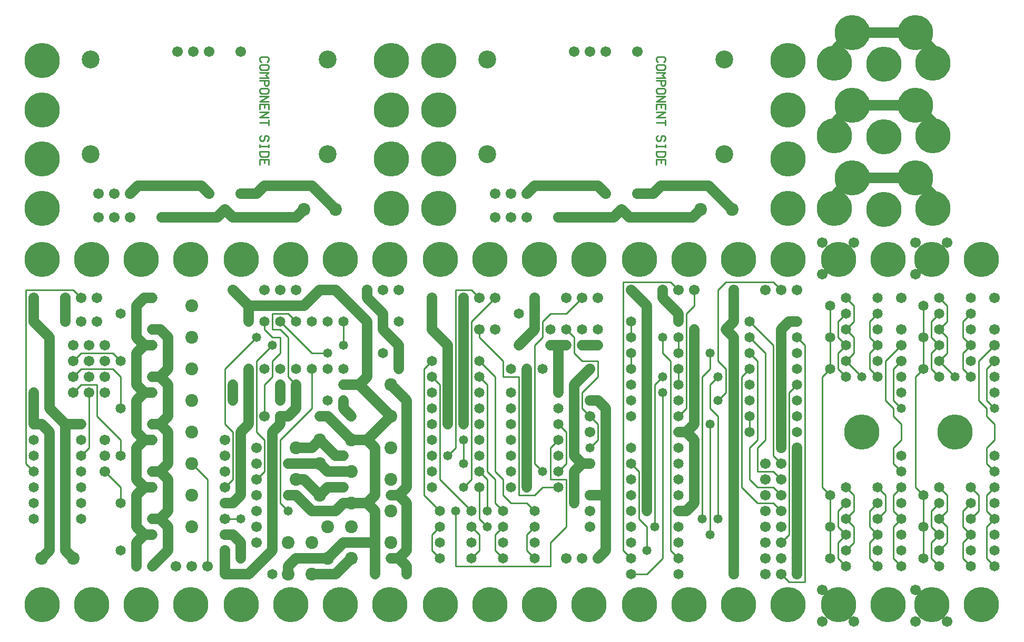
<source format=gtl>
%MOIN*%
%FSLAX25Y25*%
G04 D10 used for Character Trace; *
G04     Circle (OD=.01000) (No hole)*
G04 D11 used for Power Trace; *
G04     Circle (OD=.06700) (No hole)*
G04 D12 used for Signal Trace; *
G04     Circle (OD=.01100) (No hole)*
G04 D13 used for Via; *
G04     Circle (OD=.05800) (Round. Hole ID=.02800)*
G04 D14 used for Component hole; *
G04     Circle (OD=.06500) (Round. Hole ID=.03500)*
G04 D15 used for Component hole; *
G04     Circle (OD=.06700) (Round. Hole ID=.04300)*
G04 D16 used for Component hole; *
G04     Circle (OD=.08100) (Round. Hole ID=.05100)*
G04 D17 used for Component hole; *
G04     Circle (OD=.08900) (Round. Hole ID=.05900)*
G04 D18 used for Component hole; *
G04     Circle (OD=.11300) (Round. Hole ID=.08300)*
G04 D19 used for Component hole; *
G04     Circle (OD=.16000) (Round. Hole ID=.13000)*
G04 D20 used for Component hole; *
G04     Circle (OD=.18300) (Round. Hole ID=.15300)*
G04 D21 used for Component hole; *
G04     Circle (OD=.22291) (Round. Hole ID=.19291)*
%ADD10C,.01000*%
%ADD11C,.06700*%
%ADD12C,.01100*%
%ADD13C,.05800*%
%ADD14C,.06500*%
%ADD15C,.06700*%
%ADD16C,.08100*%
%ADD17C,.08900*%
%ADD18C,.11300*%
%ADD19C,.16000*%
%ADD20C,.18300*%
%ADD21C,.22291*%
%IPPOS*%
%LPD*%
G90*X0Y0D02*D21*X15625Y15625D03*D16*              
X35000Y45000D03*D11*X30000Y50000D01*Y130000D01*   
X40000D01*D14*D03*D11*X30000D02*X20000Y140000D01* 
Y150000D01*D14*D03*D11*Y185000D01*                
X10000Y195000D01*D15*D03*D11*Y210000D01*D15*D03*  
D12*X5000Y105000D02*Y215000D01*X10000Y100000D02*  
X5000Y105000D01*D14*X10000Y100000D03*Y110000D03*  
Y90000D03*Y120000D03*Y80000D03*D11*               
X20000Y50000D02*Y125000D01*X15000Y45000D02*       
X20000Y50000D01*D16*X15000Y45000D03*D14*          
X40000Y70000D03*X10000D03*D21*X46875Y15625D03*D14*
X40000Y80000D03*Y90000D03*X65000Y50000D03*        
Y80000D03*D12*Y90000D01*X55000Y100000D01*D15*D03* 
D14*X65000Y110000D03*D12*Y120000D01*              
X50000Y135000D01*Y155000D01*X40000D01*            
X35000Y150000D01*D15*D03*X45000Y160000D03*        
Y150000D03*D12*Y115000D01*X40000Y110000D01*D14*   
D03*Y120000D03*Y100000D03*D15*X55000Y110000D03*   
Y120000D03*D11*X20000Y125000D02*X15000Y130000D01* 
X10000D01*D14*D03*D11*Y150000D01*D14*D03*D15*     
X35000Y160000D03*D12*X40000Y165000D01*X60000D01*  
X65000Y160000D01*Y140000D01*D14*D03*D15*          
X55000Y150000D03*D11*X75000Y125000D02*Y145000D01* 
X80000Y120000D02*X75000Y125000D01*Y115000D02*     
X80000Y120000D01*X75000Y95000D02*Y115000D01*      
X80000Y90000D02*X75000Y95000D01*Y85000D02*        
X80000Y90000D01*X75000Y65000D02*Y85000D01*        
X80000Y60000D02*X75000Y65000D01*Y55000D02*        
X80000Y60000D01*X75000Y40000D02*Y55000D01*D13*    
Y40000D03*D14*X85000D03*D11*X95000Y50000D01*      
Y65000D01*X90000Y70000D01*X85000D01*D14*D03*D11*  
X90000D02*X95000Y75000D01*Y95000D01*              
X90000Y100000D01*X85000D01*D14*D03*D11*X90000D02* 
X95000Y105000D01*Y125000D01*X90000Y130000D01*     
X85000D01*D14*D03*D11*X90000D02*X95000Y135000D01* 
Y155000D01*X90000Y160000D01*X85000D01*D14*D03*D11*
X90000D02*X95000Y165000D01*Y185000D01*            
X90000Y190000D01*X85000D01*D14*D03*D11*           
X75000Y175000D02*X80000Y180000D01*                
X75000Y155000D02*Y175000D01*X80000Y150000D02*     
X75000Y155000D01*Y145000D02*X80000Y150000D01*     
X85000D01*D14*D03*X65000Y170000D03*D12*           
X60000Y175000D01*X40000D01*X35000Y170000D01*D15*  
D03*X45000Y180000D03*Y170000D03*X35000Y180000D03* 
X55000Y160000D03*Y170000D03*Y180000D03*           
X50000Y195000D03*X40000D03*X30000D03*D11*         
Y210000D01*D15*D03*D12*X40000D02*X35000Y215000D01*
D15*X40000Y210000D03*D12*X5000Y215000D02*         
X35000D01*D21*X15625Y234375D03*X46875D03*D15*     
X50000Y210000D03*D14*X65000Y200000D03*D11*        
X80000Y180000D02*X75000Y185000D01*                
X80000Y180000D02*X85000D01*D14*D03*D11*           
X75000Y185000D02*Y205000D01*X80000Y210000D01*     
X85000D01*D14*D03*D16*X110000Y185000D03*D21*      
X109375Y234375D03*D16*X110000Y205000D03*D21*      
X78125Y234375D03*D16*X110000Y165000D03*Y145000D03*
Y125000D03*D11*X80000Y120000D02*X85000D01*D14*D03*
D16*X110000Y105000D03*D12*X120000Y95000D01*       
Y40000D01*D15*D03*X110000D03*X100000D03*D21*      
X109375Y15625D03*D16*X110000Y65000D03*D14*        
X85000Y60000D03*D11*X80000D01*D14*X85000Y90000D03*
D11*X80000D01*D16*X110000Y85000D03*D21*           
X78125Y15625D03*G90*X1000Y0D02*D12*               
X136000Y125000D02*X131000Y130000D01*              
X136000Y95000D02*Y125000D01*X131000Y90000D02*     
X136000Y95000D01*D15*X131000Y90000D03*D11*        
X136000Y80000D02*X141000Y85000D01*                
X131000Y80000D02*X136000D01*D15*X131000D03*D13*   
X141000Y70000D03*D12*X131000D01*D15*D03*Y60000D03*
D11*X136000D01*X141000Y55000D01*Y45000D01*D13*D03*
D15*X151000Y55000D03*D14*X131000Y35000D03*D11*    
X146000D01*X161000Y50000D01*Y125000D01*           
X166000Y130000D01*Y135000D01*D15*D03*D11*         
X171000D01*X176000Y140000D01*Y155000D01*D14*D03*  
D12*X171000Y160000D01*Y185000D01*                 
X166000Y190000D01*X161000D01*Y200000D01*          
X171000D01*X176000Y195000D01*D14*D03*D12*         
X166000Y175000D02*Y185000D01*X161000Y170000D02*   
X166000Y175000D01*X161000Y160000D02*Y170000D01*   
X156000Y155000D02*X161000Y160000D01*              
X156000Y135000D02*Y155000D01*D15*Y135000D03*D14*  
X166000Y145000D03*D11*Y155000D01*D14*D03*         
X176000Y165000D03*X156000D03*X166000D03*D12*      
X151000Y125000D02*Y170000D01*X156000Y120000D02*   
X151000Y125000D01*X156000Y100000D02*Y120000D01*   
X151000Y95000D02*X156000Y100000D01*D15*           
X151000Y95000D03*D11*X141000Y85000D02*Y125000D01* 
X146000Y130000D01*Y165000D01*D14*D03*D12*         
X151000Y170000D02*X161000Y180000D01*D13*D03*D12*  
Y185000D02*X166000D01*X161000D02*                 
X156000Y190000D01*Y195000D01*D14*D03*D11*         
X146000D02*Y205000D01*D14*Y195000D03*D11*         
Y205000D02*X181000D01*X191000Y215000D01*          
X201000D01*D15*D03*D11*X221000Y195000D01*D14*D03* 
D11*Y160000D01*X216000Y155000D01*                 
X236000Y135000D01*D16*D03*D11*X221000Y120000D01*  
X226000Y115000D01*Y85000D01*X221000Y80000D01*     
X226000Y75000D01*Y55000D01*Y35000D01*D14*D03*D13* 
X236000Y45000D03*D11*X241000D01*X246000Y40000D01* 
Y35000D01*D14*D03*D11*X241000Y45000D02*           
X246000Y50000D01*Y80000D01*X241000Y85000D01*      
X236000D01*D13*D03*D11*X241000D02*                
X246000Y90000D01*Y145000D01*X236000Y155000D01*D16*
D03*D13*X241000Y165000D03*D11*Y180000D01*         
X231000Y190000D01*Y200000D01*X221000Y210000D01*   
Y215000D01*D15*D03*X231000D03*D14*                
X241000Y195000D03*D21*X235375Y234375D03*D14*      
X206000Y195000D03*D12*Y180000D01*D13*D03*         
X196000Y175000D03*D12*X186000D01*                 
X166000Y195000D01*D14*D03*D13*X151000Y185000D03*  
D12*X131000Y165000D01*Y130000D01*D15*Y120000D03*  
D14*X136000Y145000D03*D11*Y155000D01*D14*D03*D12* 
X166000Y80000D02*Y120000D01*X171000Y75000D02*     
X166000Y80000D01*D13*X171000Y75000D03*D11*        
X186000D02*X176000Y85000D01*X186000Y75000D02*     
X201000D01*X206000Y80000D01*X211000D01*D16*D03*   
D11*X221000D01*D16*X236000Y95000D03*D13*          
X206000Y90000D03*D11*X196000D01*X191000Y85000D01* 
D16*D03*D11*X181000Y95000D01*X176000D01*D16*D03*  
D13*X171000Y85000D03*D11*X176000D01*D16*          
X196000Y65000D03*X191000Y105000D03*D11*           
X196000Y100000D01*X211000D01*D16*D03*D11*         
X201000Y110000D02*X206000D01*D13*D03*D11*         
X201000D02*X191000Y120000D01*D16*D03*D11*         
X186000Y115000D01*X176000D01*D16*D03*D12*         
X166000Y120000D02*X186000Y140000D01*Y165000D01*   
D14*D03*X196000D03*X206000Y145000D03*D11*         
Y140000D01*X211000Y135000D01*D14*D03*             
X196000Y145000D03*D11*X211000Y120000D02*          
X196000Y135000D01*D16*X211000Y120000D03*D11*      
X221000D01*D16*X236000Y115000D03*D11*             
X191000Y135000D02*X196000D01*D14*X191000D03*      
X206000Y155000D03*D11*X216000D01*D14*             
X206000Y165000D03*X231000Y175000D03*              
X196000Y195000D03*X186000D03*D13*                 
X171000Y105000D03*D11*X191000D01*D15*             
X151000Y65000D03*Y115000D03*Y105000D03*Y85000D03* 
D16*X211000Y65000D03*D15*X151000Y75000D03*D16*    
X236000D03*X171000Y55000D03*X186000D03*D11*       
X196000Y45000D02*X206000Y55000D01*D16*            
X196000Y45000D03*D11*X176000D01*X171000Y40000D01* 
Y35000D01*D16*D03*D14*X161000D03*D16*X186000D03*  
D11*X201000D01*X211000Y45000D01*D16*D03*D11*      
X206000Y55000D02*X226000D01*D16*X236000D03*D21*   
X204125Y15625D03*X235375D03*X172875D03*X141625D03*
D15*X131000Y110000D03*Y100000D03*Y50000D03*D11*   
Y35000D01*X146000Y205000D02*X136000Y215000D01*D15*
D03*D21*X141625Y234375D03*D15*X156000Y215000D03*  
X166000D03*D21*X172875Y234375D03*D15*             
X176000Y215000D03*D21*X204125Y234375D03*D15*      
X241000Y215000D03*G90*X2000Y0D02*D12*             
X267000Y75000D02*X257000Y85000D01*D14*            
X267000Y75000D03*D12*X257000Y85000D02*Y165000D01* 
X262000Y170000D01*D14*D03*D11*X272000Y130000D02*  
Y180000D01*D13*Y130000D03*X282000Y120000D03*D12*  
Y105000D01*D13*D03*D14*X292000Y100000D03*D12*     
X297000Y95000D01*Y75000D01*D13*D03*D12*X307000D02*
X302000Y80000D01*D14*X307000Y75000D03*D12*        
X312000Y80000D02*X322000D01*X327000Y75000D01*D14* 
D03*D12*X317000Y85000D02*X327000D01*              
X332000Y90000D01*X342000D01*D14*D03*D12*          
X347000Y65000D02*Y95000D01*X337000Y55000D02*      
X347000Y65000D01*X337000Y40000D02*Y55000D01*      
X277000Y40000D02*X337000D01*X277000D02*Y75000D01* 
D13*D03*D14*X287000Y65000D03*D12*X292000Y60000D01*
Y50000D01*X287000Y45000D01*D14*D03*Y55000D03*D12* 
X302000Y50000D02*Y60000D01*X307000Y45000D02*      
X302000Y50000D01*D14*X307000Y45000D03*Y55000D03*  
D12*X322000Y50000D02*Y60000D01*X327000Y45000D02*  
X322000Y50000D01*D14*X327000Y45000D03*Y55000D03*  
D12*X322000Y60000D02*X327000Y65000D01*D14*D03*D12*
X312000Y80000D02*X307000Y85000D01*Y95000D01*      
X302000Y100000D01*Y160000D01*X292000Y170000D01*   
D14*D03*Y160000D03*D12*X297000Y155000D01*         
Y100000D01*X302000Y95000D01*Y80000D01*D14*        
X312000Y90000D03*X292000D03*D12*Y70000D01*        
X297000Y65000D01*D13*D03*D12*X302000Y60000D02*    
X307000Y65000D01*D14*D03*D12*X317000Y85000D02*    
Y160000D01*X307000D01*Y170000D01*                 
X292000Y185000D01*Y190000D01*D15*D03*D12*         
X287000Y95000D02*Y195000D01*X282000Y90000D02*     
X287000Y95000D01*D13*X282000Y90000D03*D12*        
X287000Y75000D02*X267000Y95000D01*D14*            
X287000Y75000D03*D12*X267000Y95000D02*Y155000D01* 
X262000Y160000D01*D14*D03*Y150000D03*D11*         
X272000Y180000D02*X262000Y190000D01*D15*D03*D11*  
Y210000D01*D15*D03*D12*X277000Y115000D02*         
Y215000D01*X272000Y110000D02*X277000Y115000D01*   
D13*X272000Y110000D03*D14*X262000Y120000D03*      
Y100000D03*Y110000D03*X292000Y130000D03*D13*      
X282000D03*D11*Y190000D01*D15*D03*D11*Y210000D01* 
D15*D03*D12*X292000D02*X287000Y215000D01*D15*     
X292000Y210000D03*D12*X277000Y215000D02*          
X287000D01*D21*X298875Y234375D03*X267625D03*D12*  
X287000Y195000D02*X302000Y210000D01*D15*D03*D14*  
X317000Y200000D03*D15*X302000Y190000D03*D11*      
X317000Y180000D02*X327000Y190000D01*D14*          
X317000Y180000D03*D11*X327000Y190000D02*          
Y210000D01*D15*D03*D12*X332000Y195000D02*         
X337000Y200000D01*X332000Y185000D02*Y195000D01*   
X327000Y180000D02*X332000Y185000D01*              
X327000Y105000D02*Y180000D01*X332000Y100000D02*   
X327000Y105000D01*D13*X332000Y100000D03*D12*      
X337000Y95000D02*X347000D01*D11*X352000Y80000D02* 
Y100000D01*D13*Y80000D03*D15*X362000Y75000D03*    
Y85000D03*D11*X372000D01*Y50000D01*               
X367000Y45000D01*D15*D03*X357000D03*X347000D03*   
X362000Y65000D03*D21*X361375Y15625D03*X330125D03* 
D11*X372000Y85000D02*Y140000D01*X367000Y145000D01*
X362000D01*D15*D03*D12*X357000Y140000D02*         
Y150000D01*X362000Y135000D02*X357000Y140000D01*   
D15*X362000Y135000D03*D12*X367000Y130000D01*      
Y120000D01*X362000Y115000D01*D13*D03*D11*         
X352000Y100000D02*X357000Y105000D01*X362000D01*   
D15*D03*D11*X357000D02*X352000Y110000D01*         
Y155000D01*X362000Y165000D01*D15*D03*D12*         
X357000Y150000D02*X367000Y160000D01*Y170000D01*   
X357000D01*X352000Y175000D01*Y185000D01*          
X347000Y190000D01*D14*D03*X357000Y180000D03*D11*  
X367000D01*D14*D03*X357000Y190000D03*X367000D03*  
D12*X337000Y200000D02*X347000D01*D15*Y210000D03*  
D12*Y200000D02*X357000Y210000D01*D15*D03*         
X367000D03*D14*X337000Y190000D03*D21*             
X330125Y234375D03*X361375D03*D14*                 
X337000Y180000D03*D11*X342000D01*Y150000D01*D14*  
D03*Y140000D03*X332000Y165000D03*X322000D03*D11*  
Y90000D01*D13*D03*D14*X312000Y100000D03*D12*      
X337000Y95000D02*Y115000D01*X342000Y120000D01*D14*
D03*D12*X347000Y105000D02*Y125000D01*             
X342000Y100000D02*X347000Y105000D01*D14*          
X342000Y100000D03*Y110000D03*D15*                 
X362000Y125000D03*D12*X347000D02*                 
X342000Y130000D01*D14*D03*X312000Y150000D03*      
Y140000D03*Y130000D03*Y120000D03*Y110000D03*      
Y165000D03*X292000Y150000D03*Y140000D03*          
X347000Y180000D03*D11*X342000D01*D14*             
X292000Y120000D03*Y110000D03*X262000Y140000D03*   
Y130000D03*Y90000D03*X267000Y65000D03*D12*        
X262000Y60000D01*Y50000D01*X267000Y45000D01*D14*  
D03*Y55000D03*D21*X298875Y15625D03*X267625D03*G90*
X3000Y0D02*D12*X388000Y45000D02*X383000Y50000D01* 
D14*X388000Y45000D03*D12*X383000Y50000D02*        
Y220000D01*X413000D01*X418000Y215000D01*D15*D03*  
D12*X423000Y200000D02*X428000Y205000D01*          
X423000Y140000D02*Y200000D01*X418000Y135000D02*   
X423000Y140000D01*D14*X418000Y135000D03*D11*      
X423000Y125000D02*X428000Y130000D01*Y120000D02*   
X423000Y125000D01*X428000Y80000D02*Y120000D01*    
X423000Y75000D02*X428000Y80000D01*                
X418000Y75000D02*X423000D01*D14*X418000D03*       
Y85000D03*Y65000D03*D13*X433000Y70000D03*D12*     
Y160000D01*X438000Y165000D01*Y175000D01*D13*D03*  
D12*X448000Y165000D02*X443000Y170000D01*          
X448000Y150000D02*Y165000D01*X443000Y145000D02*   
X448000Y150000D01*D13*X443000Y145000D03*D12*      
Y135000D02*X438000Y140000D01*X443000Y70000D02*    
Y135000D01*D13*Y70000D03*D15*X453000Y65000D03*D11*
Y55000D01*D15*D03*D11*Y45000D01*D15*D03*D11*      
Y35000D01*D15*D03*X473000Y55000D03*Y35000D03*D21* 
X456125Y15625D03*D15*X473000Y45000D03*D13*        
X438000Y60000D03*D12*Y130000D01*D13*D03*D12*      
Y140000D02*Y155000D01*X443000Y160000D01*D13*D03*  
D12*Y170000D02*Y215000D01*X448000Y220000D01*      
X478000D01*X483000Y215000D01*D15*D03*X493000D03*  
X473000D03*D14*X463000Y195000D03*D12*             
X478000Y180000D01*Y110000D01*X483000Y105000D01*   
D15*D03*D12*Y95000D02*X478000Y100000D01*D15*      
X483000Y95000D03*D12*X468000Y100000D02*X478000D01*
X468000D02*Y115000D01*X473000Y120000D01*          
Y175000D01*X463000Y185000D01*D14*D03*D11*         
X448000Y190000D02*X453000Y195000D01*D14*          
X448000Y190000D03*D11*X453000Y185000D01*          
Y125000D01*D13*D03*D11*Y105000D01*D15*D03*D11*    
Y95000D01*D15*D03*D11*Y85000D01*D15*D03*D11*      
Y75000D01*D15*D03*D11*Y65000D01*D12*              
X468000Y80000D02*X478000D01*X483000Y75000D01*D15* 
D03*X493000Y65000D03*D11*Y55000D01*D15*D03*D11*   
Y45000D01*D15*D03*D11*Y35000D01*D15*D03*D12*      
X488000Y30000D02*X498000D01*X488000D02*           
X483000Y35000D01*D15*D03*Y45000D03*D12*           
X498000Y30000D02*Y180000D01*X493000Y185000D01*D14*
D03*D11*X483000Y115000D02*Y190000D01*D15*         
Y115000D03*X493000Y105000D03*D11*Y95000D01*D15*   
D03*D11*Y85000D01*D15*D03*D11*Y75000D01*D15*D03*  
D11*Y65000D01*D12*X483000Y55000D02*               
X488000Y60000D01*D15*X483000Y55000D03*D12*        
X488000Y60000D02*Y150000D01*X493000Y155000D01*D14*
D03*Y165000D03*Y145000D03*Y175000D03*Y135000D03*  
D12*X468000Y120000D02*Y170000D01*                 
X463000Y115000D02*X468000Y120000D01*              
X463000Y95000D02*Y115000D01*X468000Y90000D02*     
X463000Y95000D01*X468000Y90000D02*X478000D01*     
X483000Y85000D01*D15*D03*X473000Y95000D03*        
Y75000D03*Y85000D03*D12*X468000Y80000D02*         
X458000Y90000D01*Y160000D01*X463000Y165000D01*D14*
D03*D12*X468000Y170000D02*X463000Y175000D01*D14*  
D03*Y155000D03*D11*X453000Y195000D02*Y215000D01*  
D15*D03*D21*X456125Y234375D03*D14*                
X428000Y190000D03*D11*Y130000D01*                 
X418000Y125000D02*X423000D01*D14*X418000D03*      
Y115000D03*D13*X398000Y135000D03*D11*Y125000D01*  
D14*D03*D11*Y75000D01*D13*D03*D12*Y65000D02*      
X393000Y70000D01*X398000Y50000D02*Y65000D01*D13*  
Y50000D03*D12*Y35000D02*X408000Y45000D01*         
X388000Y35000D02*X398000D01*D14*X388000D03*       
Y55000D03*D21*X393625Y15625D03*D12*               
X408000Y45000D02*Y150000D01*D13*D03*D12*          
X403000Y65000D02*Y155000D01*D13*Y65000D03*D12*    
X393000Y70000D02*Y100000D01*X388000Y105000D01*D14*
D03*Y115000D03*Y95000D03*Y85000D03*               
X418000Y95000D03*D11*X398000Y135000D02*Y205000D01*
X388000Y215000D01*D15*D03*D11*X418000Y200000D02*  
X408000Y210000D01*X418000Y195000D02*Y200000D01*   
D14*Y195000D03*D12*X428000Y205000D02*Y215000D01*  
D15*D03*X408000D03*D11*Y210000D01*D14*            
X388000Y195000D03*D12*Y185000D01*D14*D03*         
Y175000D03*D12*Y165000D01*D14*D03*Y155000D03*D12* 
X403000D02*X408000Y160000D01*D13*D03*D14*         
X418000Y155000D03*D12*Y165000D01*D14*D03*D12*     
X413000Y50000D02*Y170000D01*X418000Y45000D02*     
X413000Y50000D01*D14*X418000Y45000D03*Y55000D03*  
Y35000D03*X388000Y75000D03*Y65000D03*D21*         
X424875Y15625D03*D15*X473000Y65000D03*Y105000D03* 
D14*X418000D03*D15*X483000Y65000D03*D21*          
X487375Y15625D03*D11*X493000Y105000D02*Y115000D01*
D15*D03*D14*Y125000D03*X463000Y145000D03*         
Y135000D03*D12*Y125000D01*D14*D03*                
X418000Y145000D03*D12*X413000Y170000D02*          
X408000Y175000D01*Y185000D01*D13*D03*D14*         
X418000Y175000D03*D12*Y185000D01*D14*D03*         
X388000Y145000D03*Y135000D03*D21*                 
X424875Y234375D03*X393625D03*D11*                 
X483000Y190000D02*X488000Y195000D01*X493000D01*   
D14*D03*D21*X487375Y234375D03*G90*X1000Y1000D02*  
D11*X156000Y261000D02*X176000D01*D14*X156000D03*  
D11*X136000D01*X131000Y266000D01*D15*D03*D11*     
X126000Y261000D01*X106000D01*D14*D03*D11*         
X91000D01*D15*D03*D14*X106000Y281000D03*D11*      
X76000D01*X71000Y276000D01*D15*D03*X61000D03*     
Y261000D03*X71000D03*X51000Y276000D03*Y261000D03* 
D18*X46000Y301000D03*D11*X106000Y281000D02*       
X116000D01*X121000Y276000D01*D15*D03*X141000D03*  
D11*X151000D01*X156000Y281000D01*D14*D03*D11*     
X186000D01*X201000Y266000D01*D16*D03*X181000D03*  
D11*X176000Y261000D01*D10*X153129Y294326D02*      
Y297674D01*X158871D01*Y294326D01*                 
X156000Y297674D02*Y295163D01*D18*                 
X196000Y301000D03*D10*X153129Y302674D02*          
X158871D01*Y300163D01*X157914Y299326D01*          
X154086D01*X153129Y300163D01*Y302674D01*          
Y306000D02*X158871D01*X153129Y306837D02*          
Y305163D01*X158871Y306837D02*Y305163D01*          
X157914Y309326D02*X158871Y310163D01*Y311837D01*   
X157914Y312674D01*X156957D01*X156000Y311837D01*   
Y310163D01*X155043Y309326D01*X154086D01*          
X153129Y310163D01*Y311837D01*X154086Y312674D01*   
D21*X236625Y266625D03*D10*X153129Y321000D02*      
X158871D01*Y322674D02*Y319326D01*D21*             
X236625Y297875D03*D10*X153129Y327674D02*          
X158871D01*X153129Y324326D01*X158871D01*D21*      
X236625Y329125D03*D10*X153129Y329326D02*          
Y332674D01*X158871D01*Y329326D01*                 
X156000Y332674D02*Y330163D01*X153129Y337674D02*   
X158871D01*X153129Y334326D01*X158871D01*          
X154086Y339326D02*X153129Y340163D01*Y341837D01*   
X154086Y342674D01*X157914D01*X158871Y341837D01*   
Y340163D01*X157914Y339326D01*X154086D01*          
X153129Y347674D02*X158871D01*Y345163D01*          
X157914Y344326D01*X156957D01*X156000Y345163D01*   
Y347674D01*X153129Y352674D02*X158871D01*          
X156957Y351000D01*X158871Y349326D01*X153129D01*   
X154086Y354326D02*X153129Y355163D01*Y356837D01*   
X154086Y357674D01*X157914D01*X158871Y356837D01*   
Y355163D01*X157914Y354326D01*X154086D01*D21*      
X236625Y360375D03*D18*X196000Y361000D03*D10*      
X154086Y359326D02*X153129Y360163D01*Y361837D01*   
X154086Y362674D01*X157914D01*X158871Y361837D01*   
Y360163D01*X157914Y359326D01*D15*                 
X141000Y366000D03*X121000D03*X111000D03*          
X101000D03*D18*X46000Y361000D03*D21*              
X15375Y360375D03*Y329125D03*Y297875D03*Y266625D03*
G90*X2000Y1000D02*X266375Y266625D03*Y297875D03*   
D18*X297000Y301000D03*D15*X302000Y261000D03*      
Y276000D03*X312000Y261000D03*Y276000D03*          
X322000Y261000D03*Y276000D03*D11*                 
X327000Y281000D01*X357000D01*D14*D03*D11*         
X367000D01*X372000Y276000D01*D15*D03*             
X382000Y266000D03*D11*X377000Y261000D01*          
X357000D01*D14*D03*D11*X342000D01*D15*D03*D11*    
X382000Y266000D02*X387000Y261000D01*X407000D01*   
D14*D03*D11*X427000D01*X432000Y266000D01*D16*D03* 
D11*X407000Y281000D02*X437000D01*D14*X407000D03*  
D11*X402000Y276000D01*X392000D01*D15*D03*D10*     
X404129Y294326D02*Y297674D01*X409871D01*          
Y294326D01*X407000Y297674D02*Y295163D01*          
X404129Y302674D02*X409871D01*Y300163D01*          
X408914Y299326D01*X405086D01*X404129Y300163D01*   
Y302674D01*Y306000D02*X409871D01*                 
X404129Y306837D02*Y305163D01*X409871Y306837D02*   
Y305163D01*X408914Y309326D02*X409871Y310163D01*   
Y311837D01*X408914Y312674D01*X407957D01*          
X407000Y311837D01*Y310163D01*X406043Y309326D01*   
X405086D01*X404129Y310163D01*Y311837D01*          
X405086Y312674D01*X404129Y321000D02*X409871D01*   
Y322674D02*Y319326D01*D11*X437000Y281000D02*      
X452000Y266000D01*D16*D03*D21*X487625Y266625D03*  
D18*X447000Y301000D03*D21*X487625Y297875D03*D10*  
X404129Y327674D02*X409871D01*X404129Y324326D01*   
X409871D01*D21*X487625Y329125D03*D10*             
X404129Y329326D02*Y332674D01*X409871D01*          
Y329326D01*X407000Y332674D02*Y330163D01*          
X404129Y337674D02*X409871D01*X404129Y334326D01*   
X409871D01*X405086Y339326D02*X404129Y340163D01*   
Y341837D01*X405086Y342674D01*X408914D01*          
X409871Y341837D01*Y340163D01*X408914Y339326D01*   
X405086D01*X404129Y347674D02*X409871D01*          
Y345163D01*X408914Y344326D01*X407957D01*          
X407000Y345163D01*Y347674D01*X404129Y352674D02*   
X409871D01*X407957Y351000D01*X409871Y349326D01*   
X404129D01*X405086Y354326D02*X404129Y355163D01*   
Y356837D01*X405086Y357674D01*X408914D01*          
X409871Y356837D01*Y355163D01*X408914Y354326D01*   
X405086D01*D21*X487625Y360375D03*D18*             
X447000Y361000D03*D10*X405086Y359326D02*          
X404129Y360163D01*Y361837D01*X405086Y362674D01*   
X408914D01*X409871Y361837D01*Y360163D01*          
X408914Y359326D01*D15*X352000Y366000D03*          
X392000D03*X372000D03*X362000D03*D18*             
X297000Y361000D03*D21*X266375Y360375D03*          
Y329125D03*G90*X4000Y0D02*D15*X509000Y5000D03*    
Y25000D03*D12*X514000Y85000D02*X509000Y90000D01*  
D14*X514000Y85000D03*D12*Y65000D01*D14*D03*D12*   
Y45000D01*D14*D03*D12*X524000Y40000D02*           
X519000Y45000D01*D14*X524000Y40000D03*D12*        
X519000Y45000D02*Y55000D01*X524000Y60000D01*D14*  
D03*D12*X519000Y65000D01*Y75000D01*               
X524000Y80000D01*D14*D03*D12*Y70000D02*           
X529000Y75000D01*D14*X524000Y70000D03*D12*        
X529000Y65000D01*Y55000D01*X524000Y50000D01*D14*  
D03*D12*X544000Y60000D02*X539000Y65000D01*D14*    
X544000Y60000D03*D12*X539000Y55000D01*Y45000D01*  
X544000Y40000D01*D14*D03*Y50000D03*D12*           
X559000Y40000D02*X554000Y45000D01*D14*            
X559000Y40000D03*D12*X554000Y45000D02*Y65000D01*  
X559000Y70000D01*D14*D03*D12*X554000Y75000D01*    
Y85000D01*X559000Y90000D01*D14*D03*Y100000D03*D12*
X554000Y105000D01*Y115000D01*X559000Y120000D01*   
Y130000D01*X554000Y135000D01*Y140000D01*          
X549000Y145000D01*Y170000D01*X559000Y180000D01*   
D15*D03*Y190000D03*Y170000D03*D12*                
X554000Y165000D01*Y145000D01*X559000Y140000D01*   
D13*D03*D14*Y150000D03*Y160000D03*X544000D03*D12* 
X539000Y165000D01*Y175000D01*X544000Y180000D01*   
D14*D03*D12*X539000Y185000D01*Y195000D01*         
X544000Y200000D01*D14*D03*Y210000D03*Y190000D03*  
D12*X529000Y175000D02*Y185000D01*                 
X524000Y170000D02*X529000Y175000D01*D14*          
X524000Y170000D03*D12*X534000Y160000D01*D13*D03*  
D14*X544000Y170000D03*X524000Y160000D03*D12*      
X519000Y165000D01*Y175000D01*X524000Y180000D01*   
D14*D03*D12*X519000Y185000D01*Y195000D01*         
X524000Y200000D01*D14*D03*D12*Y190000D02*         
X529000Y195000D01*D14*X524000Y190000D03*D12*      
X529000Y185000D01*Y195000D02*Y205000D01*          
X524000Y210000D01*D14*D03*X514000Y205000D03*D12*  
Y185000D01*D14*D03*D12*Y165000D01*D14*D03*D12*    
X509000Y160000D01*Y90000D01*D14*X524000D03*D12*   
X529000Y85000D01*Y75000D01*X539000Y65000D02*      
Y75000D01*X544000Y80000D01*D14*D03*D12*Y70000D02* 
X549000Y75000D01*D14*X544000Y70000D03*D12*        
X549000Y75000D02*Y85000D01*X544000Y90000D01*D14*  
D03*X559000Y80000D03*Y110000D03*Y60000D03*D21*    
X534000Y125000D03*D14*X559000Y50000D03*D21*       
X519625Y15625D03*X550875D03*D15*X529000Y5000D03*  
X559000Y210000D03*X509000Y225000D03*D21*          
X550875Y234375D03*X519625D03*D15*                 
X529000Y245000D03*X509000D03*G90*X3000Y0D02*      
X568000Y5000D03*Y25000D03*D12*X573000Y85000D02*   
X568000Y90000D01*D14*X573000Y85000D03*D12*        
Y65000D01*D14*D03*D12*Y45000D01*D14*D03*D12*      
X583000Y40000D02*X578000Y45000D01*D14*            
X583000Y40000D03*D12*X578000Y45000D02*Y55000D01*  
X583000Y60000D01*D14*D03*D12*X578000Y65000D01*    
Y75000D01*X583000Y80000D01*D14*D03*D12*Y70000D02* 
X588000Y75000D01*D14*X583000Y70000D03*D12*        
X588000Y65000D01*Y55000D01*X583000Y50000D01*D14*  
D03*D12*X603000Y60000D02*X598000Y65000D01*D14*    
X603000Y60000D03*D12*X598000Y55000D01*Y45000D01*  
X603000Y40000D01*D14*D03*Y50000D03*D12*           
X618000Y40000D02*X613000Y45000D01*D14*            
X618000Y40000D03*D12*X613000Y45000D02*Y65000D01*  
X618000Y70000D01*D14*D03*D12*X613000Y75000D01*    
Y85000D01*X618000Y90000D01*D14*D03*Y100000D03*D12*
X613000Y105000D01*Y115000D01*X618000Y120000D01*   
Y130000D01*X613000Y135000D01*Y140000D01*          
X608000Y145000D01*Y170000D01*X618000Y180000D01*   
D15*D03*Y190000D03*Y170000D03*D12*                
X613000Y165000D01*Y145000D01*X618000Y140000D01*   
D13*D03*D14*Y150000D03*Y160000D03*X603000D03*D12* 
X598000Y165000D01*Y175000D01*X603000Y180000D01*   
D14*D03*D12*X598000Y185000D01*Y195000D01*         
X603000Y200000D01*D14*D03*Y210000D03*Y190000D03*  
D12*X588000Y175000D02*Y185000D01*                 
X583000Y170000D02*X588000Y175000D01*D14*          
X583000Y170000D03*D12*X593000Y160000D01*D13*D03*  
D14*X603000Y170000D03*X583000Y160000D03*D12*      
X578000Y165000D01*Y175000D01*X583000Y180000D01*   
D14*D03*D12*X578000Y185000D01*Y195000D01*         
X583000Y200000D01*D14*D03*D12*Y190000D02*         
X588000Y195000D01*D14*X583000Y190000D03*D12*      
X588000Y185000D01*Y195000D02*Y205000D01*          
X583000Y210000D01*D14*D03*X573000Y205000D03*D12*  
Y185000D01*D14*D03*D12*Y165000D01*D14*D03*D12*    
X568000Y160000D01*Y90000D01*D14*X583000D03*D12*   
X588000Y85000D01*Y75000D01*X598000Y65000D02*      
Y75000D01*X603000Y80000D01*D14*D03*D12*Y70000D02* 
X608000Y75000D01*D14*X603000Y70000D03*D12*        
X608000Y75000D02*Y85000D01*X603000Y90000D01*D14*  
D03*X618000Y80000D03*Y110000D03*Y60000D03*D21*    
X593000Y125000D03*D14*X618000Y50000D03*D21*       
X578625Y15625D03*X609875D03*D15*X588000Y5000D03*  
X618000Y210000D03*X568000Y225000D03*D21*          
X609875Y234375D03*X578625D03*D15*                 
X588000Y245000D03*X568000D03*G90*X3000Y1000D02*   
D21*X516750Y266625D03*D11*X518000Y276000D01*      
X528000Y286000D01*D21*D03*D11*X568000D01*D21*D03* 
D11*X583000Y271000D01*X579250Y266625D01*D21*D03*  
X548000Y266000D03*G90*X3000Y2000D02*              
X516750Y312625D03*D11*X518000Y322000D01*          
X528000Y332000D01*D21*D03*D11*X568000D01*D21*D03* 
D11*X583000Y317000D01*X579250Y312625D01*D21*D03*  
X548000Y312000D03*G90*X3000Y3000D02*              
X516750Y358625D03*D11*X518000Y368000D01*          
X528000Y378000D01*D21*D03*D11*X568000D01*D21*D03* 
D11*X583000Y363000D01*X579250Y358625D01*D21*D03*  
X548000Y358000D03*M02*                            

</source>
